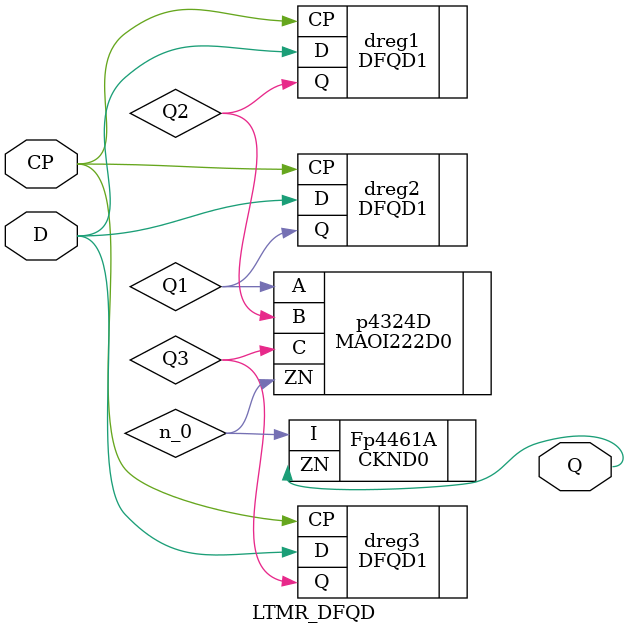
<source format=v>


// Verification Directory fv/LTMR2 

module LTMR_DFQD(CP, D, Q);
  input CP, D;
  output Q;
  wire CP, D1, D2, D3;
  wire Q;
  wire Q1, Q2, Q3;
  wire n_0;
  DFQD1 dreg1(.CP (CP), .D (D), .Q (Q2));
  DFQD1 dreg2(.CP (CP), .D (D), .Q (Q1));
  DFQD1 dreg3(.CP (CP), .D (D), .Q (Q3));
  MAOI222D0 p4324D(.A (Q1), .B (Q2), .C (Q3), .ZN (n_0));
  CKND0 Fp4461A(.I (n_0), .ZN (Q));
endmodule


</source>
